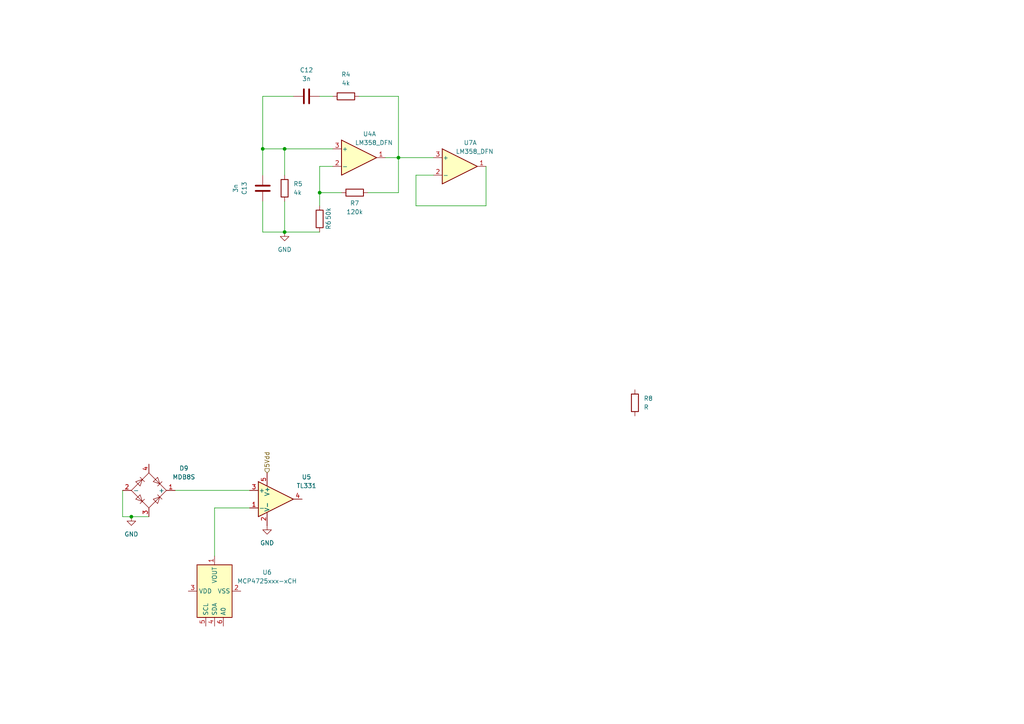
<source format=kicad_sch>
(kicad_sch (version 20250114) (generator "eeschema") (generator_version "9.0")
  (paper "A4")
  (lib_symbols
    (symbol "Amplifier_Operational:LM358_DFN" (pin_names (offset 0.127))
      (property "Reference" "U" (at 0 5.08 0))
      (property "Value" "LM358_DFN" (at 0 -5.08 0))
      (symbol "LM358_DFN_1_1"
        (polyline (pts (xy -5.08 5.08) (xy 5.08 0) (xy -5.08 -5.08) (xy -5.08 5.08)) (stroke (width 0.254)) (fill (type background)))
        (pin input line (at -7.62 2.54 0) (length 2.54) (name "+") (number "3"))
        (pin input line (at -7.62 -2.54 0) (length 2.54) (name "-") (number "2"))
        (pin output line (at 7.62 0 180) (length 2.54) (name "~") (number "1"))
      )
      (symbol "LM358_DFN_2_1"
        (polyline (pts (xy -5.08 5.08) (xy 5.08 0) (xy -5.08 -5.08) (xy -5.08 5.08)) (stroke (width 0.254)) (fill (type background)))
        (pin input line (at -7.62 2.54 0) (length 2.54) (name "+") (number "5"))
        (pin input line (at -7.62 -2.54 0) (length 2.54) (name "-") (number "6"))
        (pin output line (at 7.62 0 180) (length 2.54) (name "~") (number "7"))
      )
      (symbol "LM358_DFN_3_1"
        (pin power_in line (at -2.54 7.62 270) (length 3.81) (name "V+") (number "8"))
        (pin power_in line (at -2.54 -7.62 90) (length 3.81) (name "V-") (number "4"))
        (pin power_in line (at 0 -7.62 90) (length 5.08) (name "PAD") (number "9"))
      )
    )
    (symbol "Analog_DAC:MCP4725xxx-xCH"
      (property "Reference" "U" (at -6.35 6.35 0))
      (property "Value" "MCP4725xxx-xCH" (at 8.89 6.35 0))
      (symbol "MCP4725xxx-xCH_0_1"
        (rectangle (start -7.62 5.08) (end 7.62 -5.08) (stroke (width 0.254)) (fill (type background)))
      )
      (symbol "MCP4725xxx-xCH_1_1"
        (pin input line (at -10.16 2.54 0) (length 2.54) (name "SCL") (number "5"))
        (pin bidirectional line (at -10.16 0 0) (length 2.54) (name "SDA") (number "4"))
        (pin input line (at -10.16 -2.54 0) (length 2.54) (name "A0") (number "6"))
        (pin power_in line (at 0 7.62 270) (length 2.54) (name "VDD") (number "3"))
        (pin power_in line (at 0 -7.62 90) (length 2.54) (name "VSS") (number "2"))
        (pin output line (at 10.16 0 180) (length 2.54) (name "VOUT") (number "1"))
      )
    )
    (symbol "Comparator:TL331" (pin_names (offset 0.127))
      (property "Reference" "U" (at 1.27 5.08 0))
      (property "Value" "TL331" (at 3.81 -5.08 0))
      (symbol "TL331_0_1"
        (polyline (pts (xy -5.08 5.08) (xy 5.08 0) (xy -5.08 -5.08) (xy -5.08 5.08)) (stroke (width 0.254)) (fill (type background)))
      )
      (symbol "TL331_1_1"
        (pin input line (at -7.62 2.54 0) (length 2.54) (name "+") (number "3"))
        (pin input line (at -7.62 -2.54 0) (length 2.54) (name "-") (number "1"))
        (pin power_in line (at -2.54 7.62 270) (length 3.81) (name "V+") (number "5"))
        (pin power_in line (at -2.54 -7.62 90) (length 3.81) (name "V-") (number "2"))
        (pin open_collector line (at 7.62 0 180) (length 2.54) (name "~") (number "4"))
      )
    )
    (symbol "Device:C" (pin_numbers (hide yes)) (pin_names (offset 0.254))
      (property "Reference" "C" (at 0.635 2.54 0))
      (property "Value" "C" (at 0.635 -2.54 0))
      (symbol "C_0_1"
        (polyline (pts (xy -2.032 0.762) (xy 2.032 0.762)) (stroke (width 0.508)))
        (polyline (pts (xy -2.032 -0.762) (xy 2.032 -0.762)) (stroke (width 0.508)))
      )
      (symbol "C_1_1"
        (pin passive line (at 0 3.81 270) (length 2.794) (name "~") (number "1"))
        (pin passive line (at 0 -3.81 90) (length 2.794) (name "~") (number "2"))
      )
    )
    (symbol "Device:R" (pin_numbers (hide yes)) (pin_names (offset 0))
      (property "Reference" "R" (at 2.032 0 90))
      (property "Value" "R" (at 0 0 90))
      (symbol "R_0_1"
        (rectangle (start -1.016 -2.54) (end 1.016 2.54) (stroke (width 0.254)))
      )
      (symbol "R_1_1"
        (pin passive line (at 0 3.81 270) (length 1.27) (name "~") (number "1"))
        (pin passive line (at 0 -3.81 90) (length 1.27) (name "~") (number "2"))
      )
    )
    (symbol "Diode_Bridge:MDB8S"
      (property "Reference" "D" (at 3.81 6.35 0))
      (property "Value" "MDB8S" (at 6.35 3.81 0))
      (symbol "MDB8S_1_1"
        (polyline (pts (xy -5.08 0) (xy 0 -5.08) (xy 5.08 0) (xy 0 5.08) (xy -5.08 0)))
        (polyline (pts (xy -3.81 2.54) (xy -2.54 1.27) (xy -1.905 3.175) (xy -3.81 2.54)))
        (polyline (pts (xy -2.54 3.81) (xy -1.27 2.54)))
        (polyline (pts (xy -2.54 -1.27) (xy -3.81 -2.54) (xy -1.905 -3.175) (xy -2.54 -1.27)))
        (polyline (pts (xy -1.27 -2.54) (xy -2.54 -3.81)))
        (polyline (pts (xy 1.27 2.54) (xy 2.54 3.81) (xy 3.175 1.905) (xy 1.27 2.54)))
        (polyline (pts (xy 2.54 1.27) (xy 3.81 2.54)))
        (polyline (pts (xy 2.54 -1.27) (xy 3.81 -2.54)))
        (polyline (pts (xy 3.175 -1.905) (xy 1.27 -2.54) (xy 2.54 -3.81) (xy 3.175 -1.905)))
        (pin passive line (at -7.62 0 0) (length 2.54) (name "-") (number "2"))
        (pin passive line (at 0 7.62 270) (length 2.54) (name "~") (number "4"))
        (pin passive line (at 0 -7.62 90) (length 2.54) (name "~") (number "3"))
        (pin passive line (at 7.62 0 180) (length 2.54) (name "+") (number "1"))
      )
    )
    (symbol "power:GND" (power) (pin_numbers (hide yes)) (pin_names (offset 0) (hide yes))
      (property "Value" "GND" (at 0 -3.81 0))
      (symbol "GND_0_1"
        (polyline (pts (xy 0 0) (xy 0 -1.27) (xy 1.27 -1.27) (xy 0 -2.54) (xy -1.27 -1.27) (xy 0 -1.27)))
      )
      (symbol "GND_1_1"
        (pin power_in line (at 0 0 270) (length 0) (name "~") (number "1"))
      )
    )
  )
  (junction (at 76.2 43.18))
  (junction (at 82.55 67.31))
  (junction (at 82.55 43.18))
  (junction (at 92.71 55.88))
  (junction (at 38.1 149.86))
  (junction (at 115.57 45.72))
  (wire (pts (xy 76.2 58.42) (xy 76.2 67.31)))
  (wire (pts (xy 82.55 43.18) (xy 82.55 50.8)))
  (wire (pts (xy 104.14 27.94) (xy 115.57 27.94)))
  (wire (pts (xy 96.52 43.18) (xy 82.55 43.18)))
  (wire (pts (xy 38.1 149.86) (xy 43.18 149.86)))
  (wire (pts (xy 92.71 48.26) (xy 92.71 55.88)))
  (wire (pts (xy 92.71 55.88) (xy 92.71 59.69)))
  (wire (pts (xy 99.06 55.88) (xy 92.71 55.88)))
  (wire (pts (xy 62.23 161.29) (xy 62.23 147.32)))
  (wire (pts (xy 96.52 48.26) (xy 92.71 48.26)))
  (wire (pts (xy 50.8 142.24) (xy 72.39 142.24)))
  (wire (pts (xy 76.2 27.94) (xy 76.2 43.18)))
  (wire (pts (xy 140.97 59.69) (xy 140.97 48.26)))
  (wire (pts (xy 115.57 27.94) (xy 115.57 45.72)))
  (wire (pts (xy 35.56 149.86) (xy 38.1 149.86)))
  (wire (pts (xy 76.2 43.18) (xy 76.2 50.8)))
  (wire (pts (xy 62.23 147.32) (xy 72.39 147.32)))
  (wire (pts (xy 120.65 50.8) (xy 120.65 59.69)))
  (wire (pts (xy 82.55 67.31) (xy 92.71 67.31)))
  (wire (pts (xy 125.73 50.8) (xy 120.65 50.8)))
  (wire (pts (xy 35.56 142.24) (xy 35.56 149.86)))
  (wire (pts (xy 82.55 67.31) (xy 76.2 67.31)))
  (wire (pts (xy 115.57 45.72) (xy 125.73 45.72)))
  (wire (pts (xy 115.57 45.72) (xy 115.57 55.88)))
  (wire (pts (xy 76.2 27.94) (xy 85.09 27.94)))
  (wire (pts (xy 120.65 59.69) (xy 140.97 59.69)))
  (wire (pts (xy 115.57 45.72) (xy 111.76 45.72)))
  (wire (pts (xy 92.71 27.94) (xy 96.52 27.94)))
  (wire (pts (xy 82.55 43.18) (xy 76.2 43.18)))
  (wire (pts (xy 115.57 55.88) (xy 106.68 55.88)))
  (wire (pts (xy 82.55 58.42) (xy 82.55 67.31)))
  (hierarchical_label "5Vdd" (shape input) (at 77.47 137.16 90))
  (symbol (lib_id "Amplifier_Operational:LM358_DFN") (at 104.14 45.72 0) (unit 1)
    (property "Reference" "U4" (at 107.188 38.862 0))
    (property "Value" "LM358_DFN" (at 108.458 41.402 0))
    (property "Footprint" "Package_DFN_QFN:DFN-8-1EP_2x2mm_P0.5mm_EP1.05x1.75mm" (effects (hide yes)))
    (property "Datasheet" "www.st.com/resource/en/datasheet/lm358.pdf" (effects (hide yes)))
    (property "Description" "Low-Power, Dual Operational Amplifiers, DFN-8" (effects (hide yes)))
  )
  (symbol (lib_id "power:GND") (at 77.47 152.4 0) (unit 1)
    (property "Reference" "#PWR014" (effects (hide yes)))
    (property "Value" "GND" (at 77.47 157.48 0))
    (property "Description" "Power symbol creates a global label with name \"GND\" , ground" (effects (hide yes)))
  )
  (symbol (lib_id "Diode_Bridge:MDB8S") (at 43.18 142.24 0) (unit 1)
    (property "Reference" "D9" (at 53.34 135.8198 0))
    (property "Value" "MDB8S" (at 53.34 138.3598 0))
    (property "Footprint" "Package_SO:TSSOP-4_4.4x5mm_P4mm" (effects (hide yes)))
    (property "Datasheet" "https://www.onsemi.com/pub/Collateral/MDB8S-D.PDF" (effects (hide yes)))
    (property "Description" "Single-Phase Bridge Rectifier, 560V Vrms, 1A If, TSSOP-4" (effects (hide yes)))
  )
  (symbol (lib_id "Device:C") (at 88.9 27.94 270) (unit 1)
    (property "Reference" "C12" (at 88.9 20.32 90))
    (property "Value" "3n" (at 88.9 22.86 90))
    (property "Description" "Unpolarized capacitor" (effects (hide yes)))
  )
  (symbol (lib_id "Device:R") (at 184.15 116.84 0) (unit 1)
    (property "Reference" "R8" (at 186.69 115.5699 0) (effects (justify left)))
    (property "Value" "R" (at 186.69 118.1099 0) (effects (justify left)))
    (property "Description" "Resistor" (effects (hide yes)))
  )
  (symbol (lib_id "Device:R") (at 100.33 27.94 90) (unit 1)
    (property "Reference" "R4" (at 100.33 21.59 90))
    (property "Value" "4k" (at 100.33 24.13 90))
    (property "Description" "Resistor" (effects (hide yes)))
  )
  (symbol (lib_id "Device:C") (at 76.2 54.61 0) (unit 1)
    (property "Reference" "C13" (at 70.866 54.61 90))
    (property "Value" "3n" (at 68.326 54.61 90))
    (property "Description" "Unpolarized capacitor" (effects (hide yes)))
  )
  (symbol (lib_id "Analog_DAC:MCP4725xxx-xCH") (at 62.23 171.45 90) (unit 1)
    (property "Reference" "U6" (at 77.47 166.0046 90))
    (property "Value" "MCP4725xxx-xCH" (at 77.47 168.5446 90))
    (property "Footprint" "Package_TO_SOT_SMD:SOT-23-6" (effects (hide yes)))
    (property "Datasheet" "http://ww1.microchip.com/downloads/en/DeviceDoc/22039d.pdf" (effects (hide yes)))
    (property "Description" "12-bit Digital-to-Analog Converter, integrated EEPROM, I2C interface, SOT-23-6" (effects (hide yes)))
  )
  (symbol (lib_id "Comparator:TL331") (at 80.01 144.78 0) (unit 1)
    (property "Reference" "U5" (at 88.9 138.3598 0))
    (property "Value" "TL331" (at 88.9 140.8998 0))
    (property "Footprint" "Package_TO_SOT_SMD:SOT-23-5" (effects (hide yes)))
    (property "Datasheet" "http://www.ti.com/lit/ds/symlink/tl331.pdf" (effects (hide yes)))
    (property "Description" "Single Differential Comparator with Open-Collector Output, SOT-23-5" (effects (hide yes)))
  )
  (symbol (lib_id "Device:R") (at 102.87 55.88 90) (unit 1)
    (property "Reference" "R7" (at 102.87 58.928 90))
    (property "Value" "120k" (at 102.87 61.468 90))
    (property "Description" "Resistor" (effects (hide yes)))
  )
  (symbol (lib_id "power:GND") (at 82.55 67.31 0) (unit 1)
    (property "Reference" "#PWR012" (effects (hide yes)))
    (property "Value" "GND" (at 82.55 72.39 0))
    (property "Description" "Power symbol creates a global label with name \"GND\" , ground" (effects (hide yes)))
  )
  (symbol (lib_id "Amplifier_Operational:LM358_DFN") (at 133.35 48.26 0) (unit 1)
    (property "Reference" "U7" (at 136.398 41.402 0))
    (property "Value" "LM358_DFN" (at 137.668 43.942 0))
    (property "Footprint" "Package_DFN_QFN:DFN-8-1EP_2x2mm_P0.5mm_EP1.05x1.75mm" (effects (hide yes)))
    (property "Datasheet" "www.st.com/resource/en/datasheet/lm358.pdf" (effects (hide yes)))
    (property "Description" "Low-Power, Dual Operational Amplifiers, DFN-8" (effects (hide yes)))
  )
  (symbol (lib_id "power:GND") (at 38.1 149.86 0) (unit 1)
    (property "Reference" "#PWR013" (effects (hide yes)))
    (property "Value" "GND" (at 38.1 154.94 0))
    (property "Description" "Power symbol creates a global label with name \"GND\" , ground" (effects (hide yes)))
  )
  (symbol (lib_id "Device:R") (at 92.71 63.5 0) (unit 1)
    (property "Reference" "R6" (at 95.25 65.278 90))
    (property "Value" "50k" (at 95.25 61.976 90))
    (property "Description" "Resistor" (effects (hide yes)))
  )
  (symbol (lib_id "Device:R") (at 82.55 54.61 0) (unit 1)
    (property "Reference" "R5" (at 85.09 53.3399 0) (effects (justify left)))
    (property "Value" "4k" (at 85.09 55.8799 0) (effects (justify left)))
    (property "Description" "Resistor" (effects (hide yes)))
  )
)
</source>
